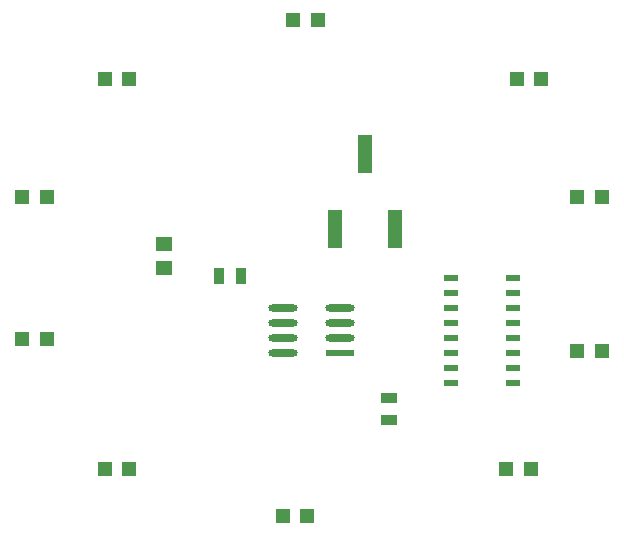
<source format=gtp>
G04*
G04 #@! TF.GenerationSoftware,Altium Limited,Altium Designer,25.2.1 (25)*
G04*
G04 Layer_Color=8421504*
%FSLAX44Y44*%
%MOMM*%
G71*
G04*
G04 #@! TF.SameCoordinates,F4E26A61-E02E-48EF-B3E5-39454B4B8AAE*
G04*
G04*
G04 #@! TF.FilePolarity,Positive*
G04*
G01*
G75*
G04:AMPARAMS|DCode=13|XSize=0.55mm|YSize=1.25mm|CornerRadius=0.0495mm|HoleSize=0mm|Usage=FLASHONLY|Rotation=270.000|XOffset=0mm|YOffset=0mm|HoleType=Round|Shape=RoundedRectangle|*
%AMROUNDEDRECTD13*
21,1,0.5500,1.1510,0,0,270.0*
21,1,0.4510,1.2500,0,0,270.0*
1,1,0.0990,-0.5755,-0.2255*
1,1,0.0990,-0.5755,0.2255*
1,1,0.0990,0.5755,0.2255*
1,1,0.0990,0.5755,-0.2255*
%
%ADD13ROUNDEDRECTD13*%
%ADD14R,1.2000X1.2000*%
%ADD15R,1.4000X0.9500*%
%ADD16R,1.1900X3.3000*%
G04:AMPARAMS|DCode=17|XSize=2.4692mm|YSize=0.6221mm|CornerRadius=0.3111mm|HoleSize=0mm|Usage=FLASHONLY|Rotation=180.000|XOffset=0mm|YOffset=0mm|HoleType=Round|Shape=RoundedRectangle|*
%AMROUNDEDRECTD17*
21,1,2.4692,0.0000,0,0,180.0*
21,1,1.8470,0.6221,0,0,180.0*
1,1,0.6221,-0.9235,0.0000*
1,1,0.6221,0.9235,0.0000*
1,1,0.6221,0.9235,0.0000*
1,1,0.6221,-0.9235,0.0000*
%
%ADD17ROUNDEDRECTD17*%
%ADD18R,2.4692X0.6221*%
%ADD19R,0.9500X1.4000*%
%ADD20R,1.4500X1.2000*%
D13*
X1075270Y753110D02*
D03*
Y765810D02*
D03*
Y778510D02*
D03*
Y791210D02*
D03*
Y803910D02*
D03*
Y816610D02*
D03*
Y829310D02*
D03*
Y842010D02*
D03*
X1022770Y753110D02*
D03*
Y765810D02*
D03*
Y778510D02*
D03*
Y791210D02*
D03*
Y803910D02*
D03*
Y816610D02*
D03*
Y829310D02*
D03*
Y842010D02*
D03*
D14*
X680500Y910000D02*
D03*
X659500D02*
D03*
X680500Y790000D02*
D03*
X659500D02*
D03*
X750500Y680000D02*
D03*
X729500D02*
D03*
X1129500Y780000D02*
D03*
X1150500D02*
D03*
X1129500Y910000D02*
D03*
X1150500D02*
D03*
X1078250Y1010000D02*
D03*
X1099250D02*
D03*
X889000Y1060000D02*
D03*
X910000D02*
D03*
X750500Y1010000D02*
D03*
X729500D02*
D03*
X901250Y640000D02*
D03*
X880250D02*
D03*
X1090500Y680000D02*
D03*
X1069500D02*
D03*
D15*
X970000Y721500D02*
D03*
Y740000D02*
D03*
D16*
X975400Y883000D02*
D03*
X924600D02*
D03*
X950000Y947000D02*
D03*
D17*
X880104Y778510D02*
D03*
Y791210D02*
D03*
Y803910D02*
D03*
Y816610D02*
D03*
X928376D02*
D03*
Y803910D02*
D03*
Y791210D02*
D03*
D18*
Y778510D02*
D03*
D19*
X826410Y843280D02*
D03*
X844910D02*
D03*
D20*
X780000Y870000D02*
D03*
Y850000D02*
D03*
M02*

</source>
